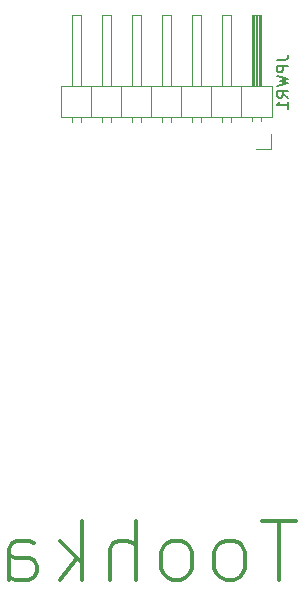
<source format=gbo>
G04 #@! TF.GenerationSoftware,KiCad,Pcbnew,(6.0.2)*
G04 #@! TF.CreationDate,2022-06-24T18:07:30+02:00*
G04 #@! TF.ProjectId,divergence_meter_logic,64697665-7267-4656-9e63-655f6d657465,rev?*
G04 #@! TF.SameCoordinates,Original*
G04 #@! TF.FileFunction,Legend,Bot*
G04 #@! TF.FilePolarity,Positive*
%FSLAX46Y46*%
G04 Gerber Fmt 4.6, Leading zero omitted, Abs format (unit mm)*
G04 Created by KiCad (PCBNEW (6.0.2)) date 2022-06-24 18:07:30*
%MOMM*%
%LPD*%
G01*
G04 APERTURE LIST*
%ADD10C,0.300000*%
%ADD11C,0.150000*%
%ADD12C,0.120000*%
%ADD13R,1.600000X1.600000*%
%ADD14O,1.600000X1.600000*%
%ADD15R,1.130000X1.130000*%
%ADD16C,1.130000*%
%ADD17C,2.000000*%
%ADD18C,0.800000*%
%ADD19C,7.000000*%
%ADD20C,1.400000*%
%ADD21O,1.400000X1.400000*%
%ADD22R,1.060000X1.060000*%
%ADD23C,1.060000*%
%ADD24R,1.050000X1.500000*%
%ADD25O,1.050000X1.500000*%
%ADD26R,1.700000X1.700000*%
%ADD27O,1.700000X1.700000*%
G04 APERTURE END LIST*
D10*
X122228000Y-103433904D02*
X119370857Y-103433904D01*
X120799428Y-108433904D02*
X120799428Y-103433904D01*
X116989904Y-108433904D02*
X117466095Y-108195809D01*
X117704190Y-107957714D01*
X117942285Y-107481523D01*
X117942285Y-106052952D01*
X117704190Y-105576761D01*
X117466095Y-105338666D01*
X116989904Y-105100571D01*
X116275619Y-105100571D01*
X115799428Y-105338666D01*
X115561333Y-105576761D01*
X115323238Y-106052952D01*
X115323238Y-107481523D01*
X115561333Y-107957714D01*
X115799428Y-108195809D01*
X116275619Y-108433904D01*
X116989904Y-108433904D01*
X112466095Y-108433904D02*
X112942285Y-108195809D01*
X113180380Y-107957714D01*
X113418476Y-107481523D01*
X113418476Y-106052952D01*
X113180380Y-105576761D01*
X112942285Y-105338666D01*
X112466095Y-105100571D01*
X111751809Y-105100571D01*
X111275619Y-105338666D01*
X111037523Y-105576761D01*
X110799428Y-106052952D01*
X110799428Y-107481523D01*
X111037523Y-107957714D01*
X111275619Y-108195809D01*
X111751809Y-108433904D01*
X112466095Y-108433904D01*
X108656571Y-108433904D02*
X108656571Y-103433904D01*
X106513714Y-108433904D02*
X106513714Y-105814857D01*
X106751809Y-105338666D01*
X107228000Y-105100571D01*
X107942285Y-105100571D01*
X108418476Y-105338666D01*
X108656571Y-105576761D01*
X104132761Y-108433904D02*
X104132761Y-103433904D01*
X103656571Y-106529142D02*
X102228000Y-108433904D01*
X102228000Y-105100571D02*
X104132761Y-107005333D01*
X97942285Y-108433904D02*
X97942285Y-105814857D01*
X98180380Y-105338666D01*
X98656571Y-105100571D01*
X99608952Y-105100571D01*
X100085142Y-105338666D01*
X97942285Y-108195809D02*
X98418476Y-108433904D01*
X99608952Y-108433904D01*
X100085142Y-108195809D01*
X100323238Y-107719619D01*
X100323238Y-107243428D01*
X100085142Y-106767238D01*
X99608952Y-106529142D01*
X98418476Y-106529142D01*
X97942285Y-106291047D01*
D11*
X120594380Y-64394238D02*
X121308666Y-64394238D01*
X121451523Y-64346619D01*
X121546761Y-64251380D01*
X121594380Y-64108523D01*
X121594380Y-64013285D01*
X121594380Y-64870428D02*
X120594380Y-64870428D01*
X120594380Y-65251380D01*
X120642000Y-65346619D01*
X120689619Y-65394238D01*
X120784857Y-65441857D01*
X120927714Y-65441857D01*
X121022952Y-65394238D01*
X121070571Y-65346619D01*
X121118190Y-65251380D01*
X121118190Y-64870428D01*
X120594380Y-65775190D02*
X121594380Y-66013285D01*
X120880095Y-66203761D01*
X121594380Y-66394238D01*
X120594380Y-66632333D01*
X121594380Y-67584714D02*
X121118190Y-67251380D01*
X121594380Y-67013285D02*
X120594380Y-67013285D01*
X120594380Y-67394238D01*
X120642000Y-67489476D01*
X120689619Y-67537095D01*
X120784857Y-67584714D01*
X120927714Y-67584714D01*
X121022952Y-67537095D01*
X121070571Y-67489476D01*
X121118190Y-67394238D01*
X121118190Y-67013285D01*
X121594380Y-68537095D02*
X121594380Y-67965666D01*
X121594380Y-68251380D02*
X120594380Y-68251380D01*
X120737238Y-68156142D01*
X120832476Y-68060904D01*
X120880095Y-67965666D01*
D12*
X118872000Y-71954000D02*
X120142000Y-71954000D01*
X107442000Y-69244000D02*
X107442000Y-66584000D01*
X118832000Y-66584000D02*
X118832000Y-60584000D01*
X109092000Y-69641071D02*
X109092000Y-69244000D01*
X117602000Y-69244000D02*
X117602000Y-66584000D01*
X106552000Y-66584000D02*
X106552000Y-60584000D01*
X120202000Y-69244000D02*
X102302000Y-69244000D01*
X118592000Y-66584000D02*
X118592000Y-60584000D01*
X104012000Y-60584000D02*
X103252000Y-60584000D01*
X116712000Y-69641071D02*
X116712000Y-69244000D01*
X104902000Y-69244000D02*
X104902000Y-66584000D01*
X104012000Y-69641071D02*
X104012000Y-69244000D01*
X118492000Y-69574000D02*
X118492000Y-69244000D01*
X120142000Y-71954000D02*
X120142000Y-70684000D01*
X105792000Y-60584000D02*
X105792000Y-66584000D01*
X108332000Y-60584000D02*
X108332000Y-66584000D01*
X105792000Y-69641071D02*
X105792000Y-69244000D01*
X111632000Y-69641071D02*
X111632000Y-69244000D01*
X102302000Y-69244000D02*
X102302000Y-66584000D01*
X111632000Y-66584000D02*
X111632000Y-60584000D01*
X113412000Y-60584000D02*
X113412000Y-66584000D01*
X109092000Y-60584000D02*
X108332000Y-60584000D01*
X119192000Y-66584000D02*
X119192000Y-60584000D01*
X106552000Y-69641071D02*
X106552000Y-69244000D01*
X120202000Y-66584000D02*
X120202000Y-69244000D01*
X119252000Y-69574000D02*
X119252000Y-69244000D01*
X112522000Y-69244000D02*
X112522000Y-66584000D01*
X104012000Y-66584000D02*
X104012000Y-60584000D01*
X115062000Y-69244000D02*
X115062000Y-66584000D01*
X110872000Y-60584000D02*
X110872000Y-66584000D01*
X114172000Y-66584000D02*
X114172000Y-60584000D01*
X118712000Y-66584000D02*
X118712000Y-60584000D01*
X114172000Y-69641071D02*
X114172000Y-69244000D01*
X106552000Y-60584000D02*
X105792000Y-60584000D01*
X103252000Y-69641071D02*
X103252000Y-69244000D01*
X114172000Y-60584000D02*
X113412000Y-60584000D01*
X118492000Y-60584000D02*
X118492000Y-66584000D01*
X110872000Y-69641071D02*
X110872000Y-69244000D01*
X111632000Y-60584000D02*
X110872000Y-60584000D01*
X115952000Y-60584000D02*
X115952000Y-66584000D01*
X109982000Y-69244000D02*
X109982000Y-66584000D01*
X103252000Y-60584000D02*
X103252000Y-66584000D01*
X116712000Y-66584000D02*
X116712000Y-60584000D01*
X116712000Y-60584000D02*
X115952000Y-60584000D01*
X102302000Y-66584000D02*
X120202000Y-66584000D01*
X113412000Y-69641071D02*
X113412000Y-69244000D01*
X119072000Y-66584000D02*
X119072000Y-60584000D01*
X109092000Y-66584000D02*
X109092000Y-60584000D01*
X119252000Y-60584000D02*
X118492000Y-60584000D01*
X115952000Y-69641071D02*
X115952000Y-69244000D01*
X108332000Y-69641071D02*
X108332000Y-69244000D01*
X118952000Y-66584000D02*
X118952000Y-60584000D01*
X119252000Y-66584000D02*
X119252000Y-60584000D01*
%LPC*%
D13*
X169291000Y-100584000D03*
D14*
X166751000Y-100584000D03*
D13*
X160655000Y-87122000D03*
D14*
X158115000Y-87122000D03*
D15*
X178910000Y-61722000D03*
D16*
X178910000Y-64262000D03*
X178910000Y-66802000D03*
X178910000Y-69342000D03*
X178910000Y-71882000D03*
X178910000Y-74422000D03*
X178910000Y-76962000D03*
X178910000Y-79502000D03*
X186850000Y-79502000D03*
X186850000Y-76962000D03*
X186850000Y-74422000D03*
X186850000Y-71882000D03*
X186850000Y-69342000D03*
X186850000Y-66802000D03*
X186850000Y-64262000D03*
X186850000Y-61722000D03*
D13*
X207264000Y-86868000D03*
D14*
X209804000Y-86868000D03*
D17*
X131774000Y-107986000D03*
X125274000Y-107986000D03*
X131774000Y-112486000D03*
X125274000Y-112486000D03*
D13*
X200660000Y-86868000D03*
D14*
X203200000Y-86868000D03*
D18*
X222836155Y-65356155D03*
X220980000Y-60875000D03*
X222836155Y-61643845D03*
X219123845Y-61643845D03*
X219123845Y-65356155D03*
X223605000Y-63500000D03*
X220980000Y-66125000D03*
X218355000Y-63500000D03*
D19*
X220980000Y-63500000D03*
D20*
X207772000Y-80391000D03*
D21*
X205232000Y-80391000D03*
D20*
X209804000Y-94107000D03*
D21*
X207264000Y-94107000D03*
D22*
X193040000Y-109914000D03*
D23*
X195580000Y-109914000D03*
X198120000Y-109914000D03*
X200660000Y-109914000D03*
X203200000Y-109914000D03*
X205740000Y-109914000D03*
X208280000Y-109914000D03*
X210820000Y-109914000D03*
X213360000Y-109914000D03*
X213360000Y-101414000D03*
X210820000Y-101414000D03*
X208280000Y-101414000D03*
X205740000Y-101414000D03*
X203200000Y-101414000D03*
X200660000Y-101414000D03*
X198120000Y-101414000D03*
X195580000Y-101414000D03*
X193040000Y-101414000D03*
D13*
X173863000Y-87122000D03*
D14*
X171323000Y-87122000D03*
D13*
X198628000Y-73152000D03*
D14*
X201168000Y-73152000D03*
D18*
X94312155Y-65356155D03*
X89831000Y-63500000D03*
X90599845Y-65356155D03*
X92456000Y-66125000D03*
X94312155Y-61643845D03*
D19*
X92456000Y-63500000D03*
D18*
X92456000Y-60875000D03*
X90599845Y-61643845D03*
X95081000Y-63500000D03*
D24*
X207264000Y-90932000D03*
D25*
X208534000Y-90932000D03*
X209804000Y-90932000D03*
D24*
X173863000Y-83058000D03*
D25*
X172593000Y-83058000D03*
X171323000Y-83058000D03*
D24*
X194056000Y-90932000D03*
D25*
X195326000Y-90932000D03*
X196596000Y-90932000D03*
D20*
X166751000Y-93345000D03*
D21*
X169291000Y-93345000D03*
D24*
X149225000Y-96520000D03*
D25*
X147955000Y-96520000D03*
X146685000Y-96520000D03*
D15*
X186850000Y-102362000D03*
D16*
X186850000Y-99822000D03*
X186850000Y-97282000D03*
X186850000Y-94742000D03*
X186850000Y-92202000D03*
X186850000Y-89662000D03*
X186850000Y-87122000D03*
X186850000Y-84582000D03*
X178910000Y-84582000D03*
X178910000Y-87122000D03*
X178910000Y-89662000D03*
X178910000Y-92202000D03*
X178910000Y-94742000D03*
X178910000Y-97282000D03*
X178910000Y-99822000D03*
X178910000Y-102362000D03*
D24*
X211836000Y-77216000D03*
D25*
X213106000Y-77216000D03*
X214376000Y-77216000D03*
D24*
X167005000Y-83058000D03*
D25*
X165735000Y-83058000D03*
X164465000Y-83058000D03*
D20*
X157911000Y-79883000D03*
D21*
X160451000Y-79883000D03*
D24*
X162687000Y-96520000D03*
D25*
X161417000Y-96520000D03*
X160147000Y-96520000D03*
D24*
X200660000Y-90932000D03*
D25*
X201930000Y-90932000D03*
X203200000Y-90932000D03*
D20*
X203200000Y-94107000D03*
D21*
X200660000Y-94107000D03*
D17*
X143458000Y-107986000D03*
X136958000Y-107986000D03*
X143458000Y-112486000D03*
X136958000Y-112486000D03*
D13*
X213868000Y-86868000D03*
D14*
X216408000Y-86868000D03*
D24*
X160401000Y-83058000D03*
D25*
X159131000Y-83058000D03*
X157861000Y-83058000D03*
D24*
X153797000Y-83058000D03*
D25*
X152527000Y-83058000D03*
X151257000Y-83058000D03*
D24*
X205232000Y-77216000D03*
D25*
X206502000Y-77216000D03*
X207772000Y-77216000D03*
D20*
X214376000Y-80391000D03*
D21*
X211836000Y-80391000D03*
D17*
X96230000Y-98246000D03*
X96230000Y-91746000D03*
X91730000Y-91746000D03*
X91730000Y-98246000D03*
D24*
X169291000Y-96520000D03*
D25*
X168021000Y-96520000D03*
X166751000Y-96520000D03*
D22*
X168656000Y-63314000D03*
D23*
X166116000Y-63314000D03*
X163576000Y-63314000D03*
X161036000Y-63314000D03*
X158496000Y-63314000D03*
X155956000Y-63314000D03*
X153416000Y-63314000D03*
X150876000Y-63314000D03*
X148336000Y-63314000D03*
X148336000Y-71814000D03*
X150876000Y-71814000D03*
X153416000Y-71814000D03*
X155956000Y-71814000D03*
X158496000Y-71814000D03*
X161036000Y-71814000D03*
X163576000Y-71814000D03*
X166116000Y-71814000D03*
X168656000Y-71814000D03*
D13*
X149479000Y-100584000D03*
D14*
X146939000Y-100584000D03*
D24*
X198628000Y-77216000D03*
D25*
X199898000Y-77216000D03*
X201168000Y-77216000D03*
D13*
X192024000Y-73152000D03*
D14*
X194564000Y-73152000D03*
D20*
X160147000Y-93345000D03*
D21*
X162687000Y-93345000D03*
D20*
X153543000Y-93345000D03*
D21*
X156083000Y-93345000D03*
D20*
X171323000Y-79883000D03*
D21*
X173863000Y-79883000D03*
D20*
X164719000Y-79883000D03*
D21*
X167259000Y-79883000D03*
D13*
X141224000Y-101600000D03*
D14*
X141224000Y-99060000D03*
X141224000Y-96520000D03*
X141224000Y-93980000D03*
X141224000Y-91440000D03*
X141224000Y-88900000D03*
X141224000Y-86360000D03*
X141224000Y-83820000D03*
X141224000Y-81280000D03*
X141224000Y-78740000D03*
X141224000Y-76200000D03*
X141224000Y-73660000D03*
X141224000Y-71120000D03*
X141224000Y-68580000D03*
X141224000Y-66040000D03*
X125984000Y-66040000D03*
X125984000Y-68580000D03*
X125984000Y-71120000D03*
X125984000Y-73660000D03*
X125984000Y-76200000D03*
X125984000Y-78740000D03*
X125984000Y-81280000D03*
X125984000Y-83820000D03*
X125984000Y-86360000D03*
X125984000Y-88900000D03*
X125984000Y-91440000D03*
X125984000Y-93980000D03*
X125984000Y-96520000D03*
X125984000Y-99060000D03*
X125984000Y-101600000D03*
D20*
X194564000Y-80391000D03*
D21*
X192024000Y-80391000D03*
D13*
X154051000Y-87122000D03*
D14*
X151511000Y-87122000D03*
D20*
X146939000Y-93345000D03*
D21*
X149479000Y-93345000D03*
D13*
X194154315Y-86868000D03*
D14*
X196694315Y-86868000D03*
D18*
X94312155Y-112600155D03*
X92456000Y-113369000D03*
X90599845Y-112600155D03*
X95081000Y-110744000D03*
X89831000Y-110744000D03*
X94312155Y-108887845D03*
X92456000Y-108119000D03*
X90599845Y-108887845D03*
D19*
X92456000Y-110744000D03*
D25*
X194564000Y-77216000D03*
X193294000Y-77216000D03*
D24*
X192024000Y-77216000D03*
D13*
X211836000Y-73152000D03*
D14*
X214376000Y-73152000D03*
D26*
X117577000Y-112168000D03*
D27*
X115037000Y-112168000D03*
X112497000Y-112168000D03*
X109957000Y-112168000D03*
X107417000Y-112168000D03*
X104877000Y-112168000D03*
D13*
X167259000Y-87122000D03*
D14*
X164719000Y-87122000D03*
D17*
X96230000Y-86054000D03*
X96230000Y-79554000D03*
X91730000Y-79554000D03*
X91730000Y-86054000D03*
D26*
X156464000Y-109220000D03*
D27*
X159004000Y-109220000D03*
X161544000Y-109220000D03*
X164084000Y-109220000D03*
X166624000Y-109220000D03*
X169164000Y-109220000D03*
X171704000Y-109220000D03*
X174244000Y-109220000D03*
X176784000Y-109220000D03*
X179324000Y-109220000D03*
D13*
X156083000Y-100584000D03*
D14*
X153543000Y-100584000D03*
D24*
X156083000Y-96520000D03*
D25*
X154813000Y-96520000D03*
X153543000Y-96520000D03*
D20*
X201168000Y-80391000D03*
D21*
X198628000Y-80391000D03*
D20*
X216408000Y-94107000D03*
D21*
X213868000Y-94107000D03*
D13*
X162687000Y-100584000D03*
D14*
X160147000Y-100584000D03*
D13*
X205232000Y-73152000D03*
D14*
X207772000Y-73152000D03*
D24*
X213868000Y-90932000D03*
D25*
X215138000Y-90932000D03*
X216408000Y-90932000D03*
D26*
X212852000Y-65024000D03*
D27*
X210312000Y-65024000D03*
X207772000Y-65024000D03*
X205232000Y-65024000D03*
X202692000Y-65024000D03*
X200152000Y-65024000D03*
X197612000Y-65024000D03*
X195072000Y-65024000D03*
D20*
X151511000Y-79883000D03*
D21*
X154051000Y-79883000D03*
D20*
X196596000Y-94107000D03*
D21*
X194056000Y-94107000D03*
D19*
X220980000Y-110744000D03*
D18*
X223605000Y-110744000D03*
X219123845Y-112600155D03*
X220980000Y-108119000D03*
X222836155Y-112600155D03*
X220980000Y-113369000D03*
X218355000Y-110744000D03*
X222836155Y-108887845D03*
X219123845Y-108887845D03*
D26*
X118872000Y-70684000D03*
D27*
X116332000Y-70684000D03*
X113792000Y-70684000D03*
X111252000Y-70684000D03*
X108712000Y-70684000D03*
X106172000Y-70684000D03*
X103632000Y-70684000D03*
M02*

</source>
